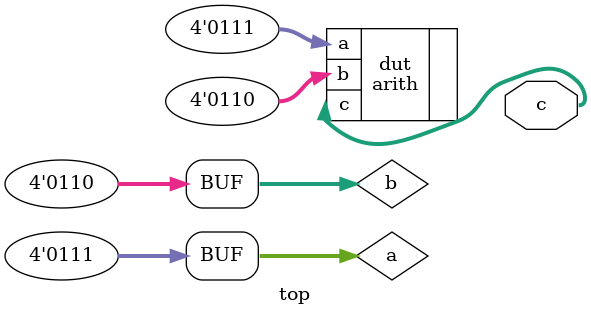
<source format=sv>
module top #(
  parameter BValue = 6
)
(
  output logic [3:0] c
);

  logic [3:0] a;
  logic [3:0] b;

  assign a = 4'h7;
  assign b = BValue;

  arith dut (
    .a(a),
    .b(b),
    .c(c)
  );

endmodule : top

</source>
